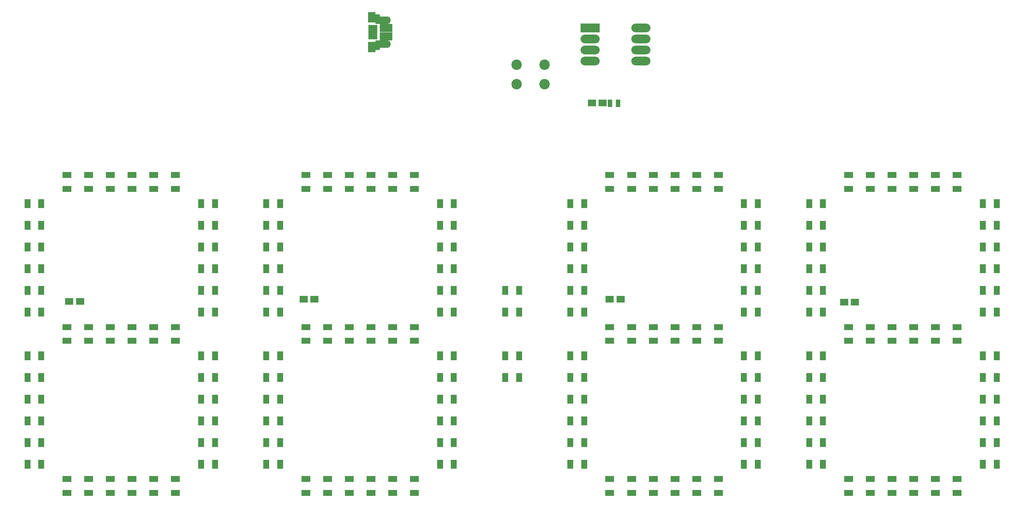
<source format=gbr>
G04 #@! TF.GenerationSoftware,KiCad,Pcbnew,(5.0.0)*
G04 #@! TF.CreationDate,2020-05-21T20:29:27-04:00*
G04 #@! TF.ProjectId,WS2812 ClockDIY,57533238313220436C6F636B4449592E,rev?*
G04 #@! TF.SameCoordinates,Original*
G04 #@! TF.FileFunction,Soldermask,Top*
G04 #@! TF.FilePolarity,Negative*
%FSLAX46Y46*%
G04 Gerber Fmt 4.6, Leading zero omitted, Abs format (unit mm)*
G04 Created by KiCad (PCBNEW (5.0.0)) date 05/21/20 20:29:27*
%MOMM*%
%LPD*%
G01*
G04 APERTURE LIST*
%ADD10R,2.000000X1.400000*%
%ADD11R,1.900000X1.650000*%
%ADD12R,4.400000X2.000000*%
%ADD13O,4.400000X2.000000*%
%ADD14R,1.100000X1.700000*%
%ADD15C,2.400000*%
%ADD16R,1.400000X2.000000*%
%ADD17R,2.900000X1.825000*%
%ADD18R,1.100000X2.225000*%
%ADD19O,3.550000X1.700000*%
%ADD20R,1.800000X2.400000*%
%ADD21R,2.150000X0.800000*%
G04 APERTURE END LIST*
D10*
G04 #@! TO.C,U84*
X227500000Y-104100000D03*
X227500000Y-100900000D03*
X222500000Y-104100000D03*
X222500000Y-100900000D03*
G04 #@! TD*
D11*
G04 #@! TO.C,C3*
X45500000Y-95000000D03*
X43000000Y-95000000D03*
G04 #@! TD*
G04 #@! TO.C,C4*
X163391001Y-49316001D03*
X165891001Y-49316001D03*
G04 #@! TD*
G04 #@! TO.C,C5*
X223950000Y-95200000D03*
X221450000Y-95200000D03*
G04 #@! TD*
G04 #@! TO.C,C6*
X167500000Y-94500000D03*
X170000000Y-94500000D03*
G04 #@! TD*
G04 #@! TO.C,C7*
X99500000Y-94500000D03*
X97000000Y-94500000D03*
G04 #@! TD*
D12*
G04 #@! TO.C,MCU1*
X163000000Y-32000000D03*
D13*
X174620000Y-39620000D03*
X163000000Y-34540000D03*
X174620000Y-37080000D03*
X163000000Y-37080000D03*
X174620000Y-34540000D03*
X163000000Y-39620000D03*
X174620000Y-32000000D03*
G04 #@! TD*
D14*
G04 #@! TO.C,R1*
X169441001Y-49346001D03*
X167541001Y-49346001D03*
G04 #@! TD*
D15*
G04 #@! TO.C,SW1*
X152500000Y-40500000D03*
X152500000Y-45000000D03*
X146000000Y-40500000D03*
X146000000Y-45000000D03*
G04 #@! TD*
D16*
G04 #@! TO.C,U1*
X33400000Y-132500000D03*
X36600000Y-132500000D03*
X33400000Y-127500000D03*
X36600000Y-127500000D03*
G04 #@! TD*
G04 #@! TO.C,U2*
X36600000Y-117500000D03*
X33400000Y-117500000D03*
X36600000Y-122500000D03*
X33400000Y-122500000D03*
G04 #@! TD*
G04 #@! TO.C,U3*
X36600000Y-107500000D03*
X33400000Y-107500000D03*
X36600000Y-112500000D03*
X33400000Y-112500000D03*
G04 #@! TD*
G04 #@! TO.C,U4*
X33400000Y-97500000D03*
X36600000Y-97500000D03*
X33400000Y-92500000D03*
X36600000Y-92500000D03*
G04 #@! TD*
G04 #@! TO.C,U5*
X36600000Y-82500000D03*
X33400000Y-82500000D03*
X36600000Y-87500000D03*
X33400000Y-87500000D03*
G04 #@! TD*
G04 #@! TO.C,U6*
X33400000Y-77500000D03*
X36600000Y-77500000D03*
X33400000Y-72500000D03*
X36600000Y-72500000D03*
G04 #@! TD*
D10*
G04 #@! TO.C,U7*
X47500000Y-69100000D03*
X47500000Y-65900000D03*
X42500000Y-69100000D03*
X42500000Y-65900000D03*
G04 #@! TD*
G04 #@! TO.C,U8*
X52500000Y-65900000D03*
X52500000Y-69100000D03*
X57500000Y-65900000D03*
X57500000Y-69100000D03*
G04 #@! TD*
G04 #@! TO.C,U9*
X67500000Y-69100000D03*
X67500000Y-65900000D03*
X62500000Y-69100000D03*
X62500000Y-65900000D03*
G04 #@! TD*
D16*
G04 #@! TO.C,U10*
X76600000Y-72500000D03*
X73400000Y-72500000D03*
X76600000Y-77500000D03*
X73400000Y-77500000D03*
G04 #@! TD*
G04 #@! TO.C,U11*
X76600000Y-82500000D03*
X73400000Y-82500000D03*
X76600000Y-87500000D03*
X73400000Y-87500000D03*
G04 #@! TD*
G04 #@! TO.C,U12*
X73400000Y-97500000D03*
X76600000Y-97500000D03*
X73400000Y-92500000D03*
X76600000Y-92500000D03*
G04 #@! TD*
G04 #@! TO.C,U13*
X76600000Y-107500000D03*
X73400000Y-107500000D03*
X76600000Y-112500000D03*
X73400000Y-112500000D03*
G04 #@! TD*
G04 #@! TO.C,U14*
X73400000Y-122500000D03*
X76600000Y-122500000D03*
X73400000Y-117500000D03*
X76600000Y-117500000D03*
G04 #@! TD*
G04 #@! TO.C,U15*
X76600000Y-127500000D03*
X73400000Y-127500000D03*
X76600000Y-132500000D03*
X73400000Y-132500000D03*
G04 #@! TD*
D10*
G04 #@! TO.C,U16*
X62500000Y-135900000D03*
X62500000Y-139100000D03*
X67500000Y-135900000D03*
X67500000Y-139100000D03*
G04 #@! TD*
G04 #@! TO.C,U17*
X57500000Y-139100000D03*
X57500000Y-135900000D03*
X52500000Y-139100000D03*
X52500000Y-135900000D03*
G04 #@! TD*
G04 #@! TO.C,U18*
X42500000Y-135900000D03*
X42500000Y-139100000D03*
X47500000Y-135900000D03*
X47500000Y-139100000D03*
G04 #@! TD*
G04 #@! TO.C,U19*
X42500000Y-100900000D03*
X42500000Y-104100000D03*
X47500000Y-100900000D03*
X47500000Y-104100000D03*
G04 #@! TD*
G04 #@! TO.C,U20*
X57500000Y-104100000D03*
X57500000Y-100900000D03*
X52500000Y-104100000D03*
X52500000Y-100900000D03*
G04 #@! TD*
G04 #@! TO.C,U21*
X67500000Y-104100000D03*
X67500000Y-100900000D03*
X62500000Y-104100000D03*
X62500000Y-100900000D03*
G04 #@! TD*
D16*
G04 #@! TO.C,U22*
X88400000Y-132500000D03*
X91600000Y-132500000D03*
X88400000Y-127500000D03*
X91600000Y-127500000D03*
G04 #@! TD*
G04 #@! TO.C,U23*
X91600000Y-117500000D03*
X88400000Y-117500000D03*
X91600000Y-122500000D03*
X88400000Y-122500000D03*
G04 #@! TD*
G04 #@! TO.C,U24*
X88400000Y-112500000D03*
X91600000Y-112500000D03*
X88400000Y-107500000D03*
X91600000Y-107500000D03*
G04 #@! TD*
G04 #@! TO.C,U25*
X91600000Y-92500000D03*
X88400000Y-92500000D03*
X91600000Y-97500000D03*
X88400000Y-97500000D03*
G04 #@! TD*
G04 #@! TO.C,U26*
X88400000Y-87500000D03*
X91600000Y-87500000D03*
X88400000Y-82500000D03*
X91600000Y-82500000D03*
G04 #@! TD*
G04 #@! TO.C,U27*
X91600000Y-72500000D03*
X88400000Y-72500000D03*
X91600000Y-77500000D03*
X88400000Y-77500000D03*
G04 #@! TD*
D10*
G04 #@! TO.C,U28*
X97500000Y-65900000D03*
X97500000Y-69100000D03*
X102500000Y-65900000D03*
X102500000Y-69100000D03*
G04 #@! TD*
G04 #@! TO.C,U29*
X112500000Y-69100000D03*
X112500000Y-65900000D03*
X107500000Y-69100000D03*
X107500000Y-65900000D03*
G04 #@! TD*
G04 #@! TO.C,U30*
X117500000Y-65900000D03*
X117500000Y-69100000D03*
X122500000Y-65900000D03*
X122500000Y-69100000D03*
G04 #@! TD*
D16*
G04 #@! TO.C,U31*
X128400000Y-77500000D03*
X131600000Y-77500000D03*
X128400000Y-72500000D03*
X131600000Y-72500000D03*
G04 #@! TD*
G04 #@! TO.C,U32*
X131600000Y-82500000D03*
X128400000Y-82500000D03*
X131600000Y-87500000D03*
X128400000Y-87500000D03*
G04 #@! TD*
G04 #@! TO.C,U33*
X128400000Y-97500000D03*
X131600000Y-97500000D03*
X128400000Y-92500000D03*
X131600000Y-92500000D03*
G04 #@! TD*
G04 #@! TO.C,U34*
X131600000Y-107500000D03*
X128400000Y-107500000D03*
X131600000Y-112500000D03*
X128400000Y-112500000D03*
G04 #@! TD*
G04 #@! TO.C,U35*
X128400000Y-122500000D03*
X131600000Y-122500000D03*
X128400000Y-117500000D03*
X131600000Y-117500000D03*
G04 #@! TD*
G04 #@! TO.C,U36*
X131600000Y-127500000D03*
X128400000Y-127500000D03*
X131600000Y-132500000D03*
X128400000Y-132500000D03*
G04 #@! TD*
D10*
G04 #@! TO.C,U37*
X117500000Y-135900000D03*
X117500000Y-139100000D03*
X122500000Y-135900000D03*
X122500000Y-139100000D03*
G04 #@! TD*
G04 #@! TO.C,U38*
X112500000Y-139100000D03*
X112500000Y-135900000D03*
X107500000Y-139100000D03*
X107500000Y-135900000D03*
G04 #@! TD*
G04 #@! TO.C,U39*
X97500000Y-135900000D03*
X97500000Y-139100000D03*
X102500000Y-135900000D03*
X102500000Y-139100000D03*
G04 #@! TD*
G04 #@! TO.C,U40*
X97500000Y-100900000D03*
X97500000Y-104100000D03*
X102500000Y-100900000D03*
X102500000Y-104100000D03*
G04 #@! TD*
D17*
G04 #@! TO.C,USB1*
X116000000Y-32000000D03*
D18*
X114040000Y-35990000D03*
D19*
X115270000Y-35725000D03*
D20*
X112720000Y-36425000D03*
D21*
X112925000Y-34300000D03*
D20*
X112720000Y-29575000D03*
D21*
X112925000Y-33650000D03*
X112925000Y-33000000D03*
X112925000Y-32350000D03*
X112925000Y-31700000D03*
D19*
X115270000Y-30275000D03*
D18*
X114040000Y-30010000D03*
D17*
X116000000Y-34000000D03*
G04 #@! TD*
D10*
G04 #@! TO.C,U41*
X112500000Y-104100000D03*
X112500000Y-100900000D03*
X107500000Y-104100000D03*
X107500000Y-100900000D03*
G04 #@! TD*
G04 #@! TO.C,U42*
X117500000Y-100900000D03*
X117500000Y-104100000D03*
X122500000Y-100900000D03*
X122500000Y-104100000D03*
G04 #@! TD*
D16*
G04 #@! TO.C,U43*
X146600000Y-107500000D03*
X143400000Y-107500000D03*
X146600000Y-112500000D03*
X143400000Y-112500000D03*
G04 #@! TD*
G04 #@! TO.C,U44*
X143400000Y-97500000D03*
X146600000Y-97500000D03*
X143400000Y-92500000D03*
X146600000Y-92500000D03*
G04 #@! TD*
G04 #@! TO.C,U45*
X161600000Y-127500000D03*
X158400000Y-127500000D03*
X161600000Y-132500000D03*
X158400000Y-132500000D03*
G04 #@! TD*
G04 #@! TO.C,U46*
X158400000Y-122500000D03*
X161600000Y-122500000D03*
X158400000Y-117500000D03*
X161600000Y-117500000D03*
G04 #@! TD*
G04 #@! TO.C,U47*
X161600000Y-107500000D03*
X158400000Y-107500000D03*
X161600000Y-112500000D03*
X158400000Y-112500000D03*
G04 #@! TD*
G04 #@! TO.C,U48*
X158400000Y-97500000D03*
X161600000Y-97500000D03*
X158400000Y-92500000D03*
X161600000Y-92500000D03*
G04 #@! TD*
G04 #@! TO.C,U49*
X161600000Y-82500000D03*
X158400000Y-82500000D03*
X161600000Y-87500000D03*
X158400000Y-87500000D03*
G04 #@! TD*
G04 #@! TO.C,U50*
X158400000Y-77500000D03*
X161600000Y-77500000D03*
X158400000Y-72500000D03*
X161600000Y-72500000D03*
G04 #@! TD*
D10*
G04 #@! TO.C,U51*
X172500000Y-69100000D03*
X172500000Y-65900000D03*
X167500000Y-69100000D03*
X167500000Y-65900000D03*
G04 #@! TD*
G04 #@! TO.C,U52*
X177500000Y-65900000D03*
X177500000Y-69100000D03*
X182500000Y-65900000D03*
X182500000Y-69100000D03*
G04 #@! TD*
G04 #@! TO.C,U53*
X192500000Y-69100000D03*
X192500000Y-65900000D03*
X187500000Y-69100000D03*
X187500000Y-65900000D03*
G04 #@! TD*
D16*
G04 #@! TO.C,U54*
X198400000Y-77500000D03*
X201600000Y-77500000D03*
X198400000Y-72500000D03*
X201600000Y-72500000D03*
G04 #@! TD*
G04 #@! TO.C,U55*
X201600000Y-82500000D03*
X198400000Y-82500000D03*
X201600000Y-87500000D03*
X198400000Y-87500000D03*
G04 #@! TD*
G04 #@! TO.C,U56*
X198400000Y-97500000D03*
X201600000Y-97500000D03*
X198400000Y-92500000D03*
X201600000Y-92500000D03*
G04 #@! TD*
G04 #@! TO.C,U57*
X201600000Y-107500000D03*
X198400000Y-107500000D03*
X201600000Y-112500000D03*
X198400000Y-112500000D03*
G04 #@! TD*
G04 #@! TO.C,U58*
X198400000Y-122500000D03*
X201600000Y-122500000D03*
X198400000Y-117500000D03*
X201600000Y-117500000D03*
G04 #@! TD*
G04 #@! TO.C,U59*
X198400000Y-132500000D03*
X201600000Y-132500000D03*
X198400000Y-127500000D03*
X201600000Y-127500000D03*
G04 #@! TD*
D10*
G04 #@! TO.C,U60*
X192500000Y-139100000D03*
X192500000Y-135900000D03*
X187500000Y-139100000D03*
X187500000Y-135900000D03*
G04 #@! TD*
G04 #@! TO.C,U61*
X177500000Y-135900000D03*
X177500000Y-139100000D03*
X182500000Y-135900000D03*
X182500000Y-139100000D03*
G04 #@! TD*
G04 #@! TO.C,U62*
X172500000Y-139100000D03*
X172500000Y-135900000D03*
X167500000Y-139100000D03*
X167500000Y-135900000D03*
G04 #@! TD*
G04 #@! TO.C,U63*
X172500000Y-104100000D03*
X172500000Y-100900000D03*
X167500000Y-104100000D03*
X167500000Y-100900000D03*
G04 #@! TD*
G04 #@! TO.C,U64*
X177500000Y-100900000D03*
X177500000Y-104100000D03*
X182500000Y-100900000D03*
X182500000Y-104100000D03*
G04 #@! TD*
G04 #@! TO.C,U65*
X192500000Y-104100000D03*
X192500000Y-100900000D03*
X187500000Y-104100000D03*
X187500000Y-100900000D03*
G04 #@! TD*
D16*
G04 #@! TO.C,U66*
X213400000Y-132500000D03*
X216600000Y-132500000D03*
X213400000Y-127500000D03*
X216600000Y-127500000D03*
G04 #@! TD*
G04 #@! TO.C,U67*
X216600000Y-117500000D03*
X213400000Y-117500000D03*
X216600000Y-122500000D03*
X213400000Y-122500000D03*
G04 #@! TD*
G04 #@! TO.C,U68*
X213400000Y-112500000D03*
X216600000Y-112500000D03*
X213400000Y-107500000D03*
X216600000Y-107500000D03*
G04 #@! TD*
G04 #@! TO.C,U69*
X216600000Y-92500000D03*
X213400000Y-92500000D03*
X216600000Y-97500000D03*
X213400000Y-97500000D03*
G04 #@! TD*
G04 #@! TO.C,U70*
X216600000Y-82500000D03*
X213400000Y-82500000D03*
X216600000Y-87500000D03*
X213400000Y-87500000D03*
G04 #@! TD*
G04 #@! TO.C,U71*
X213400000Y-77500000D03*
X216600000Y-77500000D03*
X213400000Y-72500000D03*
X216600000Y-72500000D03*
G04 #@! TD*
D10*
G04 #@! TO.C,U72*
X227500000Y-69100000D03*
X227500000Y-65900000D03*
X222500000Y-69100000D03*
X222500000Y-65900000D03*
G04 #@! TD*
G04 #@! TO.C,U73*
X232500000Y-65900000D03*
X232500000Y-69100000D03*
X237500000Y-65900000D03*
X237500000Y-69100000D03*
G04 #@! TD*
G04 #@! TO.C,U74*
X247500000Y-69100000D03*
X247500000Y-65900000D03*
X242500000Y-69100000D03*
X242500000Y-65900000D03*
G04 #@! TD*
D16*
G04 #@! TO.C,U75*
X256600000Y-72500000D03*
X253400000Y-72500000D03*
X256600000Y-77500000D03*
X253400000Y-77500000D03*
G04 #@! TD*
G04 #@! TO.C,U76*
X253400000Y-87500000D03*
X256600000Y-87500000D03*
X253400000Y-82500000D03*
X256600000Y-82500000D03*
G04 #@! TD*
G04 #@! TO.C,U77*
X256600000Y-92500000D03*
X253400000Y-92500000D03*
X256600000Y-97500000D03*
X253400000Y-97500000D03*
G04 #@! TD*
G04 #@! TO.C,U78*
X253400000Y-112500000D03*
X256600000Y-112500000D03*
X253400000Y-107500000D03*
X256600000Y-107500000D03*
G04 #@! TD*
G04 #@! TO.C,U79*
X256600000Y-117500000D03*
X253400000Y-117500000D03*
X256600000Y-122500000D03*
X253400000Y-122500000D03*
G04 #@! TD*
G04 #@! TO.C,U80*
X253400000Y-132500000D03*
X256600000Y-132500000D03*
X253400000Y-127500000D03*
X256600000Y-127500000D03*
G04 #@! TD*
D10*
G04 #@! TO.C,U81*
X247500000Y-139100000D03*
X247500000Y-135900000D03*
X242500000Y-139100000D03*
X242500000Y-135900000D03*
G04 #@! TD*
G04 #@! TO.C,U82*
X232500000Y-135900000D03*
X232500000Y-139100000D03*
X237500000Y-135900000D03*
X237500000Y-139100000D03*
G04 #@! TD*
G04 #@! TO.C,U83*
X227500000Y-139100000D03*
X227500000Y-135900000D03*
X222500000Y-139100000D03*
X222500000Y-135900000D03*
G04 #@! TD*
G04 #@! TO.C,U85*
X232500000Y-100900000D03*
X232500000Y-104100000D03*
X237500000Y-100900000D03*
X237500000Y-104100000D03*
G04 #@! TD*
G04 #@! TO.C,U86*
X247500000Y-104100000D03*
X247500000Y-100900000D03*
X242500000Y-104100000D03*
X242500000Y-100900000D03*
G04 #@! TD*
M02*

</source>
